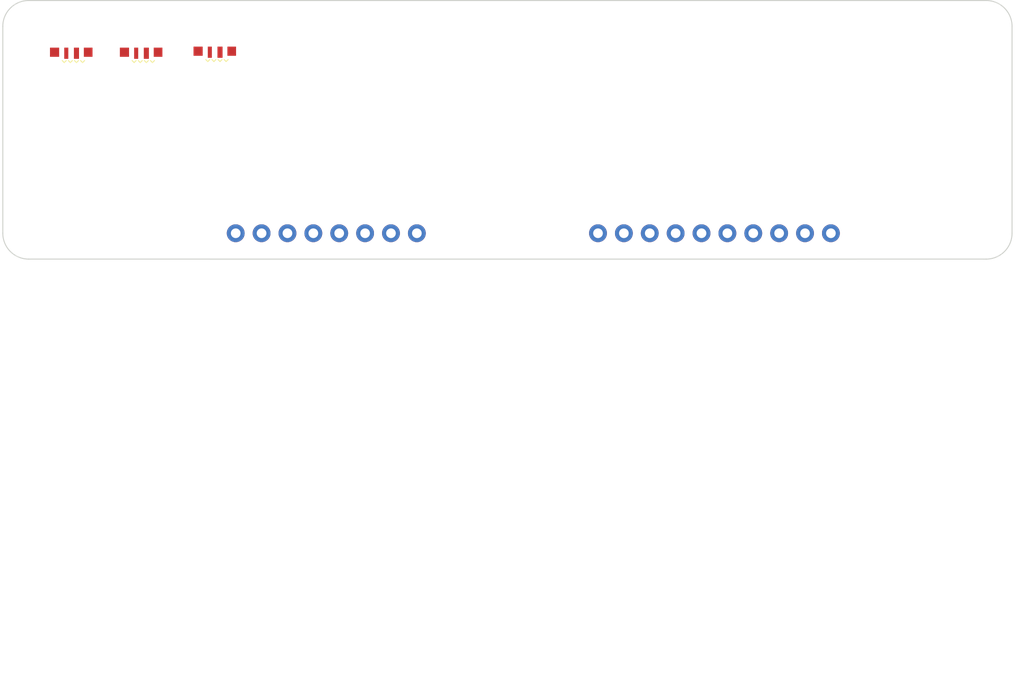
<source format=kicad_pcb>
(kicad_pcb (version 20221018) (generator pcbnew)
  (layers (0 "F.Cu" signal) (31 "B.Cu" signal) (34 "B.Paste" user) (35 "F.Paste" user) (36 "B.SilkS" user "B.Silkscreen") (37 "F.SilkS" user "F.Silkscreen") (38 "B.Mask" user) (39 "F.Mask" user) (44 "Edge.Cuts" user))
  (net 0 "")
  (footprint "CYBERPUNK_COMPANY_LIB:SK6805SIDE-D" (layer "F.Cu") (at 39.9 25.4)
    (fp_text reference "SK1" hide)
    (fp_text value "SK6805SIDE-D" hide)
    (fp_line (start -1.05 0.816) (end -0.85 1.016) (stroke (width 0.1)) (layer "F.SilkS"))
    (fp_line (start -0.85 1.016) (end -0.65 0.816) (stroke (width 0.1)) (layer "F.SilkS"))
    (fp_line (start -0.45 0.816) (end -0.25 1.016) (stroke (width 0.1)) (layer "F.SilkS"))
    (fp_line (start -0.25 1.016) (end -0.05 0.816) (stroke (width 0.1)) (layer "F.SilkS"))
    (fp_line (start 0.15 0.816) (end 0.35 1.016) (stroke (width 0.1)) (layer "F.SilkS"))
    (fp_line (start 0.35 1.016) (end 0.55 0.816) (stroke (width 0.1)) (layer "F.SilkS"))
    (fp_line (start 0.75 0.816) (end 0.95 1.016) (stroke (width 0.1)) (layer "F.SilkS"))
    (fp_line (start 0.95 1.016) (end 1.15 0.816) (stroke (width 0.1)) (layer "F.SilkS"))
    (pad "1" smd rect (at -1.8 0) (size 0.9 0.9) (layers "F.Cu" "F.Paste" "F.Mask"))
    (pad "2" smd rect (at -0.65 0.1) (size 0.4 1.1) (layers "F.Cu" "F.Paste" "F.Mask"))
    (pad "3" smd rect (at 0.35 0.1) (size 0.5 1.1) (layers "F.Cu" "F.Paste" "F.Mask"))
    (pad "4" smd rect (at 1.5 0) (size 0.85 0.9) (layers "F.Cu" "F.Paste" "F.Mask"))
  )
  (footprint "CYBERPUNK_COMPANY_LIB:SK6805SIDE-D" (layer "F.Cu") (at 53.99 25.3)
    (fp_text reference "SK1" hide)
    (fp_text value "SK6805SIDE-D" hide)
    (fp_line (start -1.05 0.816) (end -0.85 1.016) (stroke (width 0.1)) (layer "F.SilkS"))
    (fp_line (start -0.85 1.016) (end -0.65 0.816) (stroke (width 0.1)) (layer "F.SilkS"))
    (fp_line (start -0.45 0.816) (end -0.25 1.016) (stroke (width 0.1)) (layer "F.SilkS"))
    (fp_line (start -0.25 1.016) (end -0.05 0.816) (stroke (width 0.1)) (layer "F.SilkS"))
    (fp_line (start 0.15 0.816) (end 0.35 1.016) (stroke (width 0.1)) (layer "F.SilkS"))
    (fp_line (start 0.35 1.016) (end 0.55 0.816) (stroke (width 0.1)) (layer "F.SilkS"))
    (fp_line (start 0.75 0.816) (end 0.95 1.016) (stroke (width 0.1)) (layer "F.SilkS"))
    (fp_line (start 0.95 1.016) (end 1.15 0.816) (stroke (width 0.1)) (layer "F.SilkS"))
    (pad "1" smd rect (at -1.8 0) (size 0.9 0.9) (layers "F.Cu" "F.Paste" "F.Mask"))
    (pad "2" smd rect (at -0.65 0.1) (size 0.4 1.1) (layers "F.Cu" "F.Paste" "F.Mask"))
    (pad "3" smd rect (at 0.35 0.1) (size 0.5 1.1) (layers "F.Cu" "F.Paste" "F.Mask"))
    (pad "4" smd rect (at 1.5 0) (size 0.85 0.9) (layers "F.Cu" "F.Paste" "F.Mask"))
  )
  (footprint "CYBERPUNK_COMPANY_LIB:SK6805SIDE-D" (layer "F.Cu") (at 46.76 25.4)
    (fp_text reference "SK1" hide)
    (fp_text value "SK6805SIDE-D" hide)
    (fp_line (start -1.05 0.816) (end -0.85 1.016) (stroke (width 0.1)) (layer "F.SilkS"))
    (fp_line (start -0.85 1.016) (end -0.65 0.816) (stroke (width 0.1)) (layer "F.SilkS"))
    (fp_line (start -0.45 0.816) (end -0.25 1.016) (stroke (width 0.1)) (layer "F.SilkS"))
    (fp_line (start -0.25 1.016) (end -0.05 0.816) (stroke (width 0.1)) (layer "F.SilkS"))
    (fp_line (start 0.15 0.816) (end 0.35 1.016) (stroke (width 0.1)) (layer "F.SilkS"))
    (fp_line (start 0.35 1.016) (end 0.55 0.816) (stroke (width 0.1)) (layer "F.SilkS"))
    (fp_line (start 0.75 0.816) (end 0.95 1.016) (stroke (width 0.1)) (layer "F.SilkS"))
    (fp_line (start 0.95 1.016) (end 1.15 0.816) (stroke (width 0.1)) (layer "F.SilkS"))
    (pad "1" smd rect (at -1.8 0) (size 0.9 0.9) (layers "F.Cu" "F.Paste" "F.Mask"))
    (pad "2" smd rect (at -0.65 0.1) (size 0.4 1.1) (layers "F.Cu" "F.Paste" "F.Mask"))
    (pad "3" smd rect (at 0.35 0.1) (size 0.5 1.1) (layers "F.Cu" "F.Paste" "F.Mask"))
    (pad "4" smd rect (at 1.5 0) (size 0.85 0.9) (layers "F.Cu" "F.Paste" "F.Mask"))
  )
  (footprint "CYBERPUNK_COMPANY_LIB:FLIPPER_ZERO_HEADER" (layer "F.Cu") (at 53.34 45.72)
    (fp_text reference "FZ1" hide)
    (fp_text value "FLIPPER ZERO")
    (fp_line (start 63.5 0) (end 0 0) (stroke (width 0.05)) (layer "Edge.Cuts"))
    (pad "1" thru_hole circle (at 2.54 -2.54) (size 1.75 1.75) (drill 0.95) (layers "*.Cu" "*.Mask"))
    (pad "2" thru_hole circle (at 5.08 -2.54) (size 1.75 1.75) (drill 0.95) (layers "*.Cu" "*.Mask"))
    (pad "3" thru_hole circle (at 7.62 -2.54) (size 1.75 1.75) (drill 0.95) (layers "*.Cu" "*.Mask"))
    (pad "4" thru_hole circle (at 10.16 -2.54) (size 1.75 1.75) (drill 0.95) (layers "*.Cu" "*.Mask"))
    (pad "5" thru_hole circle (at 12.7 -2.54) (size 1.75 1.75) (drill 0.95) (layers "*.Cu" "*.Mask"))
    (pad "6" thru_hole circle (at 15.24 -2.54) (size 1.75 1.75) (drill 0.95) (layers "*.Cu" "*.Mask"))
    (pad "7" thru_hole circle (at 17.78 -2.54) (size 1.75 1.75) (drill 0.95) (layers "*.Cu" "*.Mask"))
    (pad "8" thru_hole circle (at 20.32 -2.54) (size 1.75 1.75) (drill 0.95) (layers "*.Cu" "*.Mask"))
    (pad "9" thru_hole circle (at 38.1 -2.54) (size 1.75 1.75) (drill 0.95) (layers "*.Cu" "*.Mask"))
    (pad "10" thru_hole circle (at 40.64 -2.54) (size 1.75 1.75) (drill 0.95) (layers "*.Cu" "*.Mask"))
    (pad "11" thru_hole circle (at 43.18 -2.54) (size 1.75 1.75) (drill 0.95) (layers "*.Cu" "*.Mask"))
    (pad "12" thru_hole circle (at 45.72 -2.54) (size 1.75 1.75) (drill 0.95) (layers "*.Cu" "*.Mask"))
    (pad "13" thru_hole circle (at 48.26 -2.54) (size 1.75 1.75) (drill 0.95) (layers "*.Cu" "*.Mask"))
    (pad "14" thru_hole circle (at 50.8 -2.54) (size 1.75 1.75) (drill 0.95) (layers "*.Cu" "*.Mask"))
    (pad "15" thru_hole circle (at 53.34 -2.54) (size 1.75 1.75) (drill 0.95) (layers "*.Cu" "*.Mask"))
    (pad "16" thru_hole circle (at 55.88 -2.54) (size 1.75 1.75) (drill 0.95) (layers "*.Cu" "*.Mask"))
    (pad "17" thru_hole circle (at 58.42 -2.54) (size 1.75 1.75) (drill 0.95) (layers "*.Cu" "*.Mask"))
    (pad "18" thru_hole circle (at 60.96 -2.54) (size 1.75 1.75) (drill 0.95) (layers "*.Cu" "*.Mask"))
  )
  (gr_line (start 35.56 20.32) (end 129.54 20.32) (stroke (width 0.1)) (layer "Edge.Cuts"))
  (gr_arc (start 132.08 43.18) (mid 131.336051 44.976051) (end 129.54 45.72) (stroke (width 0.1)) (layer "Edge.Cuts"))
  (gr_line (start 33.02 43.18) (end 33.02 22.86) (stroke (width 0.1)) (layer "Edge.Cuts"))
  (gr_arc (start 129.54 20.32) (mid 131.336051 21.063949) (end 132.08 22.86) (stroke (width 0.1)) (layer "Edge.Cuts"))
  (gr_line (start 132.08 22.86) (end 132.08 43.18) (stroke (width 0.1)) (layer "Edge.Cuts"))
  (gr_arc (start 33.02 22.86) (mid 33.763949 21.063949) (end 35.56 20.32) (stroke (width 0.1)) (layer "Edge.Cuts"))
  (gr_arc (start 35.56 45.72) (mid 33.763949 44.976051) (end 33.02 43.18) (stroke (width 0.1)) (layer "Edge.Cuts"))
  (gr_line (start 129.54 45.72) (end 35.56 45.72) (stroke (width 0.1)) (layer "Edge.Cuts"))
)
</source>
